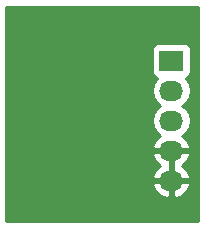
<source format=gbr>
G04 #@! TF.FileFunction,Copper,L2,Bot,Signal*
%FSLAX46Y46*%
G04 Gerber Fmt 4.6, Leading zero omitted, Abs format (unit mm)*
G04 Created by KiCad (PCBNEW 0.201511192131+6326~38~ubuntu14.04.1-stable) date Thu 11 Feb 2016 05:33:09 PM EST*
%MOMM*%
G01*
G04 APERTURE LIST*
%ADD10C,0.100000*%
%ADD11R,2.032000X1.727200*%
%ADD12O,2.032000X1.727200*%
%ADD13C,0.600000*%
%ADD14C,0.254000*%
G04 APERTURE END LIST*
D10*
D11*
X164592000Y-103124000D03*
D12*
X164592000Y-105664000D03*
X164592000Y-108204000D03*
X164592000Y-110744000D03*
X164592000Y-113284000D03*
D13*
X152400000Y-109855000D03*
D14*
G36*
X166878000Y-116713000D02*
X150622000Y-116713000D01*
X150622000Y-113643026D01*
X162984642Y-113643026D01*
X162987291Y-113658791D01*
X163241268Y-114186036D01*
X163677680Y-114575954D01*
X164230087Y-114769184D01*
X164465000Y-114624924D01*
X164465000Y-113411000D01*
X164719000Y-113411000D01*
X164719000Y-114624924D01*
X164953913Y-114769184D01*
X165506320Y-114575954D01*
X165942732Y-114186036D01*
X166196709Y-113658791D01*
X166199358Y-113643026D01*
X166078217Y-113411000D01*
X164719000Y-113411000D01*
X164465000Y-113411000D01*
X163105783Y-113411000D01*
X162984642Y-113643026D01*
X150622000Y-113643026D01*
X150622000Y-111103026D01*
X162984642Y-111103026D01*
X162987291Y-111118791D01*
X163241268Y-111646036D01*
X163653108Y-112014000D01*
X163241268Y-112381964D01*
X162987291Y-112909209D01*
X162984642Y-112924974D01*
X163105783Y-113157000D01*
X164465000Y-113157000D01*
X164465000Y-110871000D01*
X164719000Y-110871000D01*
X164719000Y-113157000D01*
X166078217Y-113157000D01*
X166199358Y-112924974D01*
X166196709Y-112909209D01*
X165942732Y-112381964D01*
X165530892Y-112014000D01*
X165942732Y-111646036D01*
X166196709Y-111118791D01*
X166199358Y-111103026D01*
X166078217Y-110871000D01*
X164719000Y-110871000D01*
X164465000Y-110871000D01*
X163105783Y-110871000D01*
X162984642Y-111103026D01*
X150622000Y-111103026D01*
X150622000Y-105664000D01*
X162908655Y-105664000D01*
X163022729Y-106237489D01*
X163347585Y-106723670D01*
X163662366Y-106934000D01*
X163347585Y-107144330D01*
X163022729Y-107630511D01*
X162908655Y-108204000D01*
X163022729Y-108777489D01*
X163347585Y-109263670D01*
X163657069Y-109470461D01*
X163241268Y-109841964D01*
X162987291Y-110369209D01*
X162984642Y-110384974D01*
X163105783Y-110617000D01*
X164465000Y-110617000D01*
X164465000Y-110597000D01*
X164719000Y-110597000D01*
X164719000Y-110617000D01*
X166078217Y-110617000D01*
X166199358Y-110384974D01*
X166196709Y-110369209D01*
X165942732Y-109841964D01*
X165526931Y-109470461D01*
X165836415Y-109263670D01*
X166161271Y-108777489D01*
X166275345Y-108204000D01*
X166161271Y-107630511D01*
X165836415Y-107144330D01*
X165521634Y-106934000D01*
X165836415Y-106723670D01*
X166161271Y-106237489D01*
X166275345Y-105664000D01*
X166161271Y-105090511D01*
X165836415Y-104604330D01*
X165822087Y-104594757D01*
X165843317Y-104590762D01*
X166059441Y-104451690D01*
X166204431Y-104239490D01*
X166255440Y-103987600D01*
X166255440Y-102260400D01*
X166211162Y-102025083D01*
X166072090Y-101808959D01*
X165859890Y-101663969D01*
X165608000Y-101612960D01*
X163576000Y-101612960D01*
X163340683Y-101657238D01*
X163124559Y-101796310D01*
X162979569Y-102008510D01*
X162928560Y-102260400D01*
X162928560Y-103987600D01*
X162972838Y-104222917D01*
X163111910Y-104439041D01*
X163324110Y-104584031D01*
X163365439Y-104592400D01*
X163347585Y-104604330D01*
X163022729Y-105090511D01*
X162908655Y-105664000D01*
X150622000Y-105664000D01*
X150622000Y-98552000D01*
X166878000Y-98552000D01*
X166878000Y-116713000D01*
X166878000Y-116713000D01*
G37*
X166878000Y-116713000D02*
X150622000Y-116713000D01*
X150622000Y-113643026D01*
X162984642Y-113643026D01*
X162987291Y-113658791D01*
X163241268Y-114186036D01*
X163677680Y-114575954D01*
X164230087Y-114769184D01*
X164465000Y-114624924D01*
X164465000Y-113411000D01*
X164719000Y-113411000D01*
X164719000Y-114624924D01*
X164953913Y-114769184D01*
X165506320Y-114575954D01*
X165942732Y-114186036D01*
X166196709Y-113658791D01*
X166199358Y-113643026D01*
X166078217Y-113411000D01*
X164719000Y-113411000D01*
X164465000Y-113411000D01*
X163105783Y-113411000D01*
X162984642Y-113643026D01*
X150622000Y-113643026D01*
X150622000Y-111103026D01*
X162984642Y-111103026D01*
X162987291Y-111118791D01*
X163241268Y-111646036D01*
X163653108Y-112014000D01*
X163241268Y-112381964D01*
X162987291Y-112909209D01*
X162984642Y-112924974D01*
X163105783Y-113157000D01*
X164465000Y-113157000D01*
X164465000Y-110871000D01*
X164719000Y-110871000D01*
X164719000Y-113157000D01*
X166078217Y-113157000D01*
X166199358Y-112924974D01*
X166196709Y-112909209D01*
X165942732Y-112381964D01*
X165530892Y-112014000D01*
X165942732Y-111646036D01*
X166196709Y-111118791D01*
X166199358Y-111103026D01*
X166078217Y-110871000D01*
X164719000Y-110871000D01*
X164465000Y-110871000D01*
X163105783Y-110871000D01*
X162984642Y-111103026D01*
X150622000Y-111103026D01*
X150622000Y-105664000D01*
X162908655Y-105664000D01*
X163022729Y-106237489D01*
X163347585Y-106723670D01*
X163662366Y-106934000D01*
X163347585Y-107144330D01*
X163022729Y-107630511D01*
X162908655Y-108204000D01*
X163022729Y-108777489D01*
X163347585Y-109263670D01*
X163657069Y-109470461D01*
X163241268Y-109841964D01*
X162987291Y-110369209D01*
X162984642Y-110384974D01*
X163105783Y-110617000D01*
X164465000Y-110617000D01*
X164465000Y-110597000D01*
X164719000Y-110597000D01*
X164719000Y-110617000D01*
X166078217Y-110617000D01*
X166199358Y-110384974D01*
X166196709Y-110369209D01*
X165942732Y-109841964D01*
X165526931Y-109470461D01*
X165836415Y-109263670D01*
X166161271Y-108777489D01*
X166275345Y-108204000D01*
X166161271Y-107630511D01*
X165836415Y-107144330D01*
X165521634Y-106934000D01*
X165836415Y-106723670D01*
X166161271Y-106237489D01*
X166275345Y-105664000D01*
X166161271Y-105090511D01*
X165836415Y-104604330D01*
X165822087Y-104594757D01*
X165843317Y-104590762D01*
X166059441Y-104451690D01*
X166204431Y-104239490D01*
X166255440Y-103987600D01*
X166255440Y-102260400D01*
X166211162Y-102025083D01*
X166072090Y-101808959D01*
X165859890Y-101663969D01*
X165608000Y-101612960D01*
X163576000Y-101612960D01*
X163340683Y-101657238D01*
X163124559Y-101796310D01*
X162979569Y-102008510D01*
X162928560Y-102260400D01*
X162928560Y-103987600D01*
X162972838Y-104222917D01*
X163111910Y-104439041D01*
X163324110Y-104584031D01*
X163365439Y-104592400D01*
X163347585Y-104604330D01*
X163022729Y-105090511D01*
X162908655Y-105664000D01*
X150622000Y-105664000D01*
X150622000Y-98552000D01*
X166878000Y-98552000D01*
X166878000Y-116713000D01*
M02*

</source>
